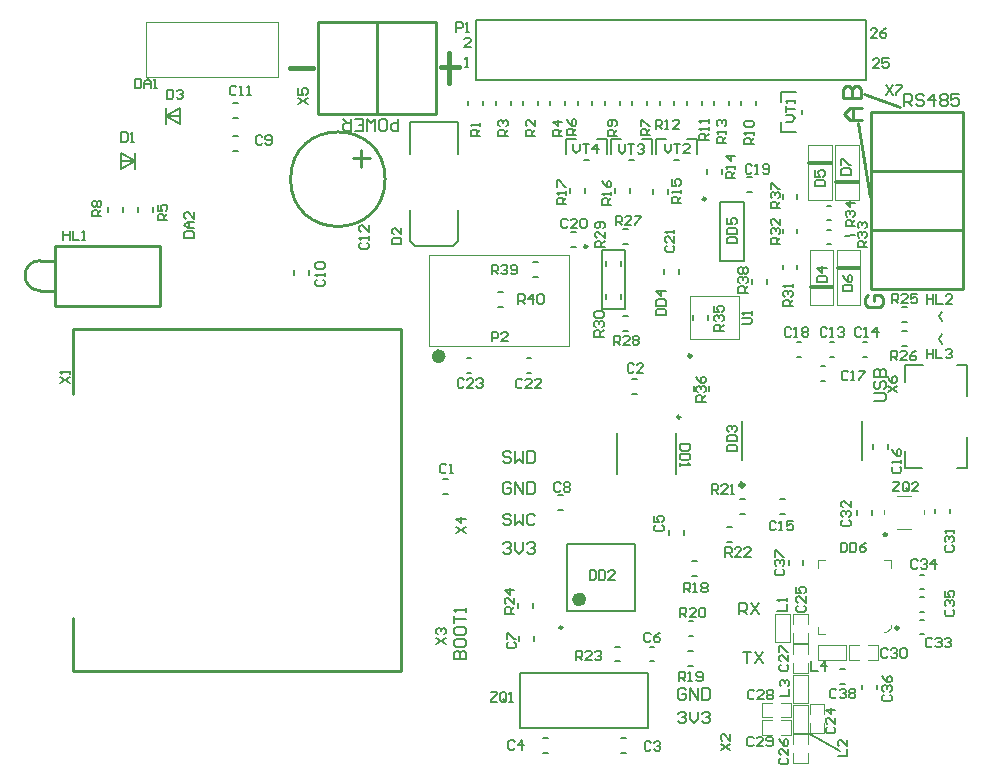
<source format=gto>
G04 Layer_Color=65535*
%FSLAX25Y25*%
%MOIN*%
G70*
G01*
G75*
%ADD41C,0.00984*%
%ADD45C,0.00787*%
%ADD62C,0.01000*%
%ADD63C,0.02362*%
%ADD64C,0.01575*%
%ADD65C,0.01181*%
%ADD66C,0.00591*%
%ADD67C,0.00394*%
D41*
X-94861Y116652D02*
G03*
X-94861Y116652I-492J0D01*
G01*
X-134194Y46566D02*
G03*
X-134194Y46566I-492J0D01*
G01*
X-125906Y173513D02*
G03*
X-125906Y173513I-492J0D01*
G01*
X-86406Y189413D02*
G03*
X-86406Y189413I-492J0D01*
G01*
D45*
X-148425Y13189D02*
X-105512D01*
Y31299D01*
X-148425D02*
X-105512D01*
X-148425Y13189D02*
Y31299D01*
X-133239Y220639D02*
Y222214D01*
X-138161Y220639D02*
Y222214D01*
X-142339Y220639D02*
Y222214D01*
X-147261Y220639D02*
Y222214D01*
X-151439Y220639D02*
Y222214D01*
X-156361Y220639D02*
Y222214D01*
X-160539Y220639D02*
Y222214D01*
X-165461Y220639D02*
Y222214D01*
X-168929Y175413D02*
Y185650D01*
X-183299Y173642D02*
X-170701D01*
X-185071Y214980D02*
X-168929D01*
X-185071Y204350D02*
Y214980D01*
X-168929Y204350D02*
Y214980D01*
X-170701Y173642D02*
X-168909Y175413D01*
X-185071D02*
X-183299Y173642D01*
X-185071Y175413D02*
Y185650D01*
X-270539Y185213D02*
Y186787D01*
X-275461Y185213D02*
Y186787D01*
X-280539Y185213D02*
Y186787D01*
X-285461Y185213D02*
Y186787D01*
X-92087Y43639D02*
X-90513D01*
X-92087Y48561D02*
X-90513D01*
X-92187Y33739D02*
X-90613D01*
X-92187Y38661D02*
X-90613D01*
X-96358Y97553D02*
Y111337D01*
X-116042Y97553D02*
Y111337D01*
X-34261Y25913D02*
Y27487D01*
X-29339Y25913D02*
Y27487D01*
X-15087Y56661D02*
X-13513D01*
X-15087Y51739D02*
X-13513D01*
X-9870Y84614D02*
Y86189D01*
X-4949Y84614D02*
Y86189D01*
X-173787Y91039D02*
X-172213D01*
X-173787Y95961D02*
X-172213D01*
X-110787Y129461D02*
X-109213D01*
X-110787Y124539D02*
X-109213D01*
X-140587Y4739D02*
X-139013D01*
X-140587Y9661D02*
X-139013D01*
X-114587D02*
X-113013D01*
X-114587Y4739D02*
X-113013D01*
X-93639Y77413D02*
Y78987D01*
X-98561Y77413D02*
Y78987D01*
X-105087Y40161D02*
X-103513D01*
X-105087Y35239D02*
X-103513D01*
X-148461Y42213D02*
Y43787D01*
X-143539Y42213D02*
Y43787D01*
X-135587Y90661D02*
X-134013D01*
X-135587Y85739D02*
X-134013D01*
X-243787Y221461D02*
X-242213D01*
X-243787Y216539D02*
X-242213D01*
X-243787Y210461D02*
X-242213D01*
X-243787Y205539D02*
X-242213D01*
X-223461Y164213D02*
Y165787D01*
X-218539Y164213D02*
Y165787D01*
X-45087Y136839D02*
X-43513D01*
X-45087Y141761D02*
X-43513D01*
X-34087D02*
X-32513D01*
X-34087Y136839D02*
X-32513D01*
X-61485Y89461D02*
X-59910D01*
X-61485Y84539D02*
X-59910D01*
X-25539Y106213D02*
Y107787D01*
X-30461Y106213D02*
Y107787D01*
X-48087Y128839D02*
X-46513D01*
X-48087Y133761D02*
X-46513D01*
X-56087Y141761D02*
X-54513D01*
X-56087Y136839D02*
X-54513D01*
X-72587Y196661D02*
X-71013D01*
X-72587Y191739D02*
X-71013D01*
X-131287Y178461D02*
X-129713D01*
X-131287Y173539D02*
X-129713D01*
X-100261Y164513D02*
Y166087D01*
X-95339Y164513D02*
Y166087D01*
X-166087Y131339D02*
X-164513D01*
X-166087Y136261D02*
X-164513D01*
X-146087Y131339D02*
X-144513D01*
X-146087Y136261D02*
X-144513D01*
X-30933Y84024D02*
Y85598D01*
X-35854Y84024D02*
Y85598D01*
X-15087Y49161D02*
X-13513D01*
X-15087Y44239D02*
X-13513D01*
X-15087Y59239D02*
X-13513D01*
X-15087Y64161D02*
X-13513D01*
X-58761Y67413D02*
Y68987D01*
X-53839Y67413D02*
Y68987D01*
X-41587Y27739D02*
X-40013D01*
X-41587Y32661D02*
X-40013D01*
X-281362Y202000D02*
X-276638D01*
Y199244D02*
Y204756D01*
X-281362Y199244D02*
X-276638Y202000D01*
X-281362Y204756D02*
X-276638Y202000D01*
X-281362Y199244D02*
Y204756D01*
X-266362Y217000D02*
X-261638D01*
X-266362Y214244D02*
Y219756D01*
Y217000D02*
X-261638Y219756D01*
X-266362Y217000D02*
X-261638Y214244D01*
Y219756D01*
X-110080Y51980D02*
Y74420D01*
X-132520Y51980D02*
Y74420D01*
X-110080D01*
X-132520Y51980D02*
X-110080D01*
X-34221Y102304D02*
Y115296D01*
X-74379Y102304D02*
Y115296D01*
X-121083Y152824D02*
X-113209D01*
X-121083Y172509D02*
X-113209D01*
Y152824D02*
Y172509D01*
X-121083Y152824D02*
Y172509D01*
X-81583Y168724D02*
X-73709D01*
X-81583Y188409D02*
X-73709D01*
Y168724D02*
Y188409D01*
X-81583Y168724D02*
Y188409D01*
X-8729Y150251D02*
X-7511Y151875D01*
X-8729Y150251D02*
X-7558Y148690D01*
X-8729Y142751D02*
X-7511Y144375D01*
X-8729Y142751D02*
X-7558Y141190D01*
X-163000Y229000D02*
X-33000D01*
X-163000Y249000D02*
X-33000D01*
X-163000Y229000D02*
Y249000D01*
X-33000Y229000D02*
Y249000D01*
X-124139Y220638D02*
Y222213D01*
X-129061Y220638D02*
Y222213D01*
X-105939Y220638D02*
Y222213D01*
X-110861Y220638D02*
Y222213D01*
X-115039Y220638D02*
Y222213D01*
X-119961Y220638D02*
Y222213D01*
X-69539Y220638D02*
Y222213D01*
X-74461Y220638D02*
Y222213D01*
X-87739Y220638D02*
Y222213D01*
X-92661Y220638D02*
Y222213D01*
X-96839Y220638D02*
Y222213D01*
X-101761Y220638D02*
Y222213D01*
X-78639Y220638D02*
Y222213D01*
X-83561Y220638D02*
Y222213D01*
X-81039Y197713D02*
Y199287D01*
X-85961Y197713D02*
Y199287D01*
X-99039Y191213D02*
Y192787D01*
X-103961Y191213D02*
Y192787D01*
X-111639Y191513D02*
Y193087D01*
X-116561Y191513D02*
Y193087D01*
X-126639Y191513D02*
Y193087D01*
X-131561Y191513D02*
Y193087D01*
X-74787Y84539D02*
X-73213D01*
X-74787Y89461D02*
X-73213D01*
X-79287Y75039D02*
X-77713D01*
X-79287Y79961D02*
X-77713D01*
X-90787Y68561D02*
X-89213D01*
X-90787Y63639D02*
X-89213D01*
X-116587Y35239D02*
X-115013D01*
X-116587Y40161D02*
X-115013D01*
X-148961Y53213D02*
Y54787D01*
X-144039Y53213D02*
Y54787D01*
X-20787Y148539D02*
X-19213D01*
X-20787Y153461D02*
X-19213D01*
X-20787Y140539D02*
X-19213D01*
X-20787Y145461D02*
X-19213D01*
X-60761Y165913D02*
Y167487D01*
X-55839Y165913D02*
Y167487D01*
X-60761Y177913D02*
Y179487D01*
X-55839Y177913D02*
Y179487D01*
X-46087Y179161D02*
X-44513D01*
X-46087Y174239D02*
X-44513D01*
X-46087Y187161D02*
X-44513D01*
X-46087Y182239D02*
X-44513D01*
X-90261Y125413D02*
Y126987D01*
X-85339Y125413D02*
Y126987D01*
X-70961Y161213D02*
Y162787D01*
X-66039Y161213D02*
Y162787D01*
X-60761Y189413D02*
Y190987D01*
X-55839Y189413D02*
Y190987D01*
X-54257Y217613D02*
Y219187D01*
X-61343Y221746D02*
Y225093D01*
Y211707D02*
Y215054D01*
Y211707D02*
X-56324D01*
X-61343Y225093D02*
X-56324D01*
X-96887Y202257D02*
X-95313D01*
X-92753Y209343D02*
X-89407D01*
X-102793D02*
X-99446D01*
X-102793Y204324D02*
Y209343D01*
X-89407Y204324D02*
Y209343D01*
X-111887Y202257D02*
X-110313D01*
X-107754Y209343D02*
X-104407D01*
X-117793D02*
X-114446D01*
X-117793Y204324D02*
Y209343D01*
X-104407Y204324D02*
Y209343D01*
X-126887Y202257D02*
X-125313D01*
X-122754Y209343D02*
X-119407D01*
X-132793D02*
X-129446D01*
X-132793Y204324D02*
Y209343D01*
X-119407Y204324D02*
Y209343D01*
X-19827Y134144D02*
X-14039D01*
X-19827Y128357D02*
Y134144D01*
X-20102Y99695D02*
Y105483D01*
Y99695D02*
X-14315D01*
X-2504Y99734D02*
X567D01*
Y109971D01*
Y123829D02*
Y134065D01*
X-2504D02*
X567D01*
X-114539Y167213D02*
Y168787D01*
X-119461Y167213D02*
Y168787D01*
Y156213D02*
Y157787D01*
X-114539Y156213D02*
Y157787D01*
X-90461Y149213D02*
Y150787D01*
X-85539Y149213D02*
Y150787D01*
X-143787Y168461D02*
X-142213D01*
X-143787Y163539D02*
X-142213D01*
X-155587Y158261D02*
X-154013D01*
X-155587Y153339D02*
X-154013D01*
X-113787Y179461D02*
X-112213D01*
X-113787Y174539D02*
X-112213D01*
X-113787Y150461D02*
X-112213D01*
X-113787Y145539D02*
X-112213D01*
X-30336Y122200D02*
X-27056D01*
X-26400Y122856D01*
Y124168D01*
X-27056Y124824D01*
X-30336D01*
X-29680Y128760D02*
X-30336Y128104D01*
Y126792D01*
X-29680Y126136D01*
X-29024D01*
X-28368Y126792D01*
Y128104D01*
X-27712Y128760D01*
X-27056D01*
X-26400Y128104D01*
Y126792D01*
X-27056Y126136D01*
X-30336Y130071D02*
X-26400D01*
Y132039D01*
X-27056Y132695D01*
X-27712D01*
X-28368Y132039D01*
Y130071D01*
Y132039D01*
X-29024Y132695D01*
X-29680D01*
X-30336Y132039D01*
Y130071D01*
X-188800Y216000D02*
Y212064D01*
X-190768D01*
X-191424Y212720D01*
Y214032D01*
X-190768Y214688D01*
X-188800D01*
X-194704Y212064D02*
X-193392D01*
X-192736Y212720D01*
Y215344D01*
X-193392Y216000D01*
X-194704D01*
X-195360Y215344D01*
Y212720D01*
X-194704Y212064D01*
X-196671D02*
Y216000D01*
X-197983Y214688D01*
X-199295Y216000D01*
Y212064D01*
X-203231D02*
X-200607D01*
Y216000D01*
X-203231D01*
X-200607Y214032D02*
X-201919D01*
X-204543Y216000D02*
Y212064D01*
X-206511D01*
X-207167Y212720D01*
Y214032D01*
X-206511Y214688D01*
X-204543D01*
X-205855D02*
X-207167Y216000D01*
X-20200Y220300D02*
Y224236D01*
X-18232D01*
X-17576Y223580D01*
Y222268D01*
X-18232Y221612D01*
X-20200D01*
X-18888D02*
X-17576Y220300D01*
X-13640Y223580D02*
X-14296Y224236D01*
X-15608D01*
X-16264Y223580D01*
Y222924D01*
X-15608Y222268D01*
X-14296D01*
X-13640Y221612D01*
Y220956D01*
X-14296Y220300D01*
X-15608D01*
X-16264Y220956D01*
X-10361Y220300D02*
Y224236D01*
X-12329Y222268D01*
X-9705D01*
X-8393Y223580D02*
X-7737Y224236D01*
X-6425D01*
X-5769Y223580D01*
Y222924D01*
X-6425Y222268D01*
X-5769Y221612D01*
Y220956D01*
X-6425Y220300D01*
X-7737D01*
X-8393Y220956D01*
Y221612D01*
X-7737Y222268D01*
X-8393Y222924D01*
Y223580D01*
X-7737Y222268D02*
X-6425D01*
X-1833Y224236D02*
X-4457D01*
Y222268D01*
X-3145Y222924D01*
X-2489D01*
X-1833Y222268D01*
Y220956D01*
X-2489Y220300D01*
X-3801D01*
X-4457Y220956D01*
X-95600Y17880D02*
X-94944Y18536D01*
X-93632D01*
X-92976Y17880D01*
Y17224D01*
X-93632Y16568D01*
X-94288D01*
X-93632D01*
X-92976Y15912D01*
Y15256D01*
X-93632Y14600D01*
X-94944D01*
X-95600Y15256D01*
X-91664Y18536D02*
Y15912D01*
X-90352Y14600D01*
X-89040Y15912D01*
Y18536D01*
X-87729Y17880D02*
X-87073Y18536D01*
X-85761D01*
X-85105Y17880D01*
Y17224D01*
X-85761Y16568D01*
X-86417D01*
X-85761D01*
X-85105Y15912D01*
Y15256D01*
X-85761Y14600D01*
X-87073D01*
X-87729Y15256D01*
X-92976Y25680D02*
X-93632Y26336D01*
X-94944D01*
X-95600Y25680D01*
Y23056D01*
X-94944Y22400D01*
X-93632D01*
X-92976Y23056D01*
Y24368D01*
X-94288D01*
X-91664Y22400D02*
Y26336D01*
X-89040Y22400D01*
Y26336D01*
X-87729D02*
Y22400D01*
X-85761D01*
X-85105Y23056D01*
Y25680D01*
X-85761Y26336D01*
X-87729D01*
X-73900Y38536D02*
X-71276D01*
X-72588D01*
Y34600D01*
X-69964Y38536D02*
X-67340Y34600D01*
Y38536D02*
X-69964Y34600D01*
X-75200Y50900D02*
Y54836D01*
X-73232D01*
X-72576Y54180D01*
Y52868D01*
X-73232Y52212D01*
X-75200D01*
X-73888D02*
X-72576Y50900D01*
X-71264Y54836D02*
X-68640Y50900D01*
Y54836D02*
X-71264Y50900D01*
X-170236Y36100D02*
X-166300D01*
Y38068D01*
X-166956Y38724D01*
X-167612D01*
X-168268Y38068D01*
Y36100D01*
Y38068D01*
X-168924Y38724D01*
X-169580D01*
X-170236Y38068D01*
Y36100D01*
Y42004D02*
Y40692D01*
X-169580Y40036D01*
X-166956D01*
X-166300Y40692D01*
Y42004D01*
X-166956Y42660D01*
X-169580D01*
X-170236Y42004D01*
Y45939D02*
Y44627D01*
X-169580Y43971D01*
X-166956D01*
X-166300Y44627D01*
Y45939D01*
X-166956Y46595D01*
X-169580D01*
X-170236Y45939D01*
Y47907D02*
Y50531D01*
Y49219D01*
X-166300D01*
Y51843D02*
Y53155D01*
Y52499D01*
X-170236D01*
X-169580Y51843D01*
X-151176Y104580D02*
X-151832Y105236D01*
X-153144D01*
X-153800Y104580D01*
Y103924D01*
X-153144Y103268D01*
X-151832D01*
X-151176Y102612D01*
Y101956D01*
X-151832Y101300D01*
X-153144D01*
X-153800Y101956D01*
X-149864Y105236D02*
Y101300D01*
X-148552Y102612D01*
X-147240Y101300D01*
Y105236D01*
X-145929D02*
Y101300D01*
X-143961D01*
X-143305Y101956D01*
Y104580D01*
X-143961Y105236D01*
X-145929D01*
X-151176Y94480D02*
X-151832Y95136D01*
X-153144D01*
X-153800Y94480D01*
Y91856D01*
X-153144Y91200D01*
X-151832D01*
X-151176Y91856D01*
Y93168D01*
X-152488D01*
X-149864Y91200D02*
Y95136D01*
X-147240Y91200D01*
Y95136D01*
X-145929D02*
Y91200D01*
X-143961D01*
X-143305Y91856D01*
Y94480D01*
X-143961Y95136D01*
X-145929D01*
X-151176Y83880D02*
X-151832Y84536D01*
X-153144D01*
X-153800Y83880D01*
Y83224D01*
X-153144Y82568D01*
X-151832D01*
X-151176Y81912D01*
Y81256D01*
X-151832Y80600D01*
X-153144D01*
X-153800Y81256D01*
X-149864Y84536D02*
Y80600D01*
X-148552Y81912D01*
X-147240Y80600D01*
Y84536D01*
X-143305Y83880D02*
X-143961Y84536D01*
X-145273D01*
X-145929Y83880D01*
Y81256D01*
X-145273Y80600D01*
X-143961D01*
X-143305Y81256D01*
X-153800Y74380D02*
X-153144Y75036D01*
X-151832D01*
X-151176Y74380D01*
Y73724D01*
X-151832Y73068D01*
X-152488D01*
X-151832D01*
X-151176Y72412D01*
Y71756D01*
X-151832Y71100D01*
X-153144D01*
X-153800Y71756D01*
X-149864Y75036D02*
Y72412D01*
X-148552Y71100D01*
X-147240Y72412D01*
Y75036D01*
X-145929Y74380D02*
X-145273Y75036D01*
X-143961D01*
X-143305Y74380D01*
Y73724D01*
X-143961Y73068D01*
X-144617D01*
X-143961D01*
X-143305Y72412D01*
Y71756D01*
X-143961Y71100D01*
X-145273D01*
X-145929Y71756D01*
D62*
X-308240Y168862D02*
G03*
X-308240Y158862I0J-5000D01*
G01*
X-193252Y196000D02*
G03*
X-193252Y196000I-15748J0D01*
G01*
X-35600Y214700D02*
X-31700Y189900D01*
X-33700Y224500D02*
X-21700Y220000D01*
X-31354Y159472D02*
X-16000D01*
X-31354D02*
Y218528D01*
X-16000D01*
X-646D01*
Y159472D02*
Y218528D01*
X-16000Y159472D02*
X-646D01*
X-31354Y179157D02*
X-646D01*
X-31354Y198843D02*
X-646D01*
X-176315Y217646D02*
Y233000D01*
X-215685Y217646D02*
X-176315D01*
X-215685Y248354D02*
X-176315D01*
Y233000D02*
Y248354D01*
X-196000Y217646D02*
Y248354D01*
X-215685Y217646D02*
Y248354D01*
X-308240Y168862D02*
X-303240D01*
X-308240Y158862D02*
X-303240D01*
Y173862D02*
X-268240D01*
X-303240Y153862D02*
Y173862D01*
Y153862D02*
X-268240D01*
Y173862D01*
X-201126Y199937D02*
Y205842D01*
X-204079Y202890D02*
X-198173D01*
X-188016Y31945D02*
Y146118D01*
X-297268D02*
X-188016D01*
X-297268Y124465D02*
Y146118D01*
Y31945D02*
Y49661D01*
Y31945D02*
X-188016D01*
X-32298Y157499D02*
X-33298Y156499D01*
Y154500D01*
X-32298Y153500D01*
X-28300D01*
X-27300Y154500D01*
Y156499D01*
X-28300Y157499D01*
X-30299D01*
Y155499D01*
X-34200Y215600D02*
X-38199D01*
X-40198Y217599D01*
X-38199Y219599D01*
X-34200D01*
X-37199D01*
Y215600D01*
X-40498Y222900D02*
X-34500D01*
Y225899D01*
X-35500Y226899D01*
X-36499D01*
X-37499Y225899D01*
Y222900D01*
Y225899D01*
X-38499Y226899D01*
X-39498D01*
X-40498Y225899D01*
Y222900D01*
D63*
X-127402Y55917D02*
G03*
X-127402Y55917I-1181J0D01*
G01*
X-174198Y136958D02*
G03*
X-174198Y136958I-1181J0D01*
G01*
D64*
X-73822Y94036D02*
G03*
X-73822Y94036I-557J0D01*
G01*
X-224800Y233000D02*
X-217400D01*
X-174600Y233500D02*
X-168700D01*
X-171800Y228100D02*
Y238000D01*
D65*
X-22233Y46464D02*
G03*
X-22233Y46464I-394J0D01*
G01*
X-91274Y137102D02*
G03*
X-91274Y137102I-394J0D01*
G01*
X-26176Y77551D02*
G03*
X-26176Y77551I-394J0D01*
G01*
X-51343Y160050D02*
X-44257D01*
X-51843Y201350D02*
X-44757D01*
X-42343Y166350D02*
X-35257D01*
X-42843Y195050D02*
X-35757D01*
D66*
X-52438Y11377D02*
X-41700Y5500D01*
X-40000Y177200D02*
X-36500Y177300D01*
X-190949Y174400D02*
X-187800D01*
Y175974D01*
X-188325Y176499D01*
X-190424D01*
X-190949Y175974D01*
Y174400D01*
X-187800Y179648D02*
Y177549D01*
X-189899Y179648D01*
X-190424D01*
X-190949Y179123D01*
Y178073D01*
X-190424Y177549D01*
X-158100Y24949D02*
X-156001D01*
Y24424D01*
X-158100Y22325D01*
Y21800D01*
X-156001D01*
X-152852Y22325D02*
Y24424D01*
X-153377Y24949D01*
X-154427D01*
X-154951Y24424D01*
Y22325D01*
X-154427Y21800D01*
X-153377D01*
X-153902Y22850D02*
X-152852Y21800D01*
X-153377D02*
X-152852Y22325D01*
X-151803Y21800D02*
X-150753D01*
X-151278D01*
Y24949D01*
X-151803Y24424D01*
X-26200Y227249D02*
X-24101Y224100D01*
Y227249D02*
X-26200Y224100D01*
X-23051Y227249D02*
X-20952D01*
Y226724D01*
X-23051Y224625D01*
Y224100D01*
X-222149Y221000D02*
X-219000Y223099D01*
X-222149D02*
X-219000Y221000D01*
X-222149Y226248D02*
Y224149D01*
X-220574D01*
X-221099Y225198D01*
Y225723D01*
X-220574Y226248D01*
X-219525D01*
X-219000Y225723D01*
Y224673D01*
X-219525Y224149D01*
X-287800Y183600D02*
X-290949D01*
Y185174D01*
X-290424Y185699D01*
X-289374D01*
X-288849Y185174D01*
Y183600D01*
Y184650D02*
X-287800Y185699D01*
X-290424Y186749D02*
X-290949Y187273D01*
Y188323D01*
X-290424Y188848D01*
X-289899D01*
X-289374Y188323D01*
X-288849Y188848D01*
X-288325D01*
X-287800Y188323D01*
Y187273D01*
X-288325Y186749D01*
X-288849D01*
X-289374Y187273D01*
X-289899Y186749D01*
X-290424D01*
X-289374Y187273D02*
Y188323D01*
X-265900Y182300D02*
X-269049D01*
Y183874D01*
X-268524Y184399D01*
X-267474D01*
X-266950Y183874D01*
Y182300D01*
Y183350D02*
X-265900Y184399D01*
X-269049Y187548D02*
Y185449D01*
X-267474D01*
X-267999Y186498D01*
Y187023D01*
X-267474Y187548D01*
X-266425D01*
X-265900Y187023D01*
Y185973D01*
X-266425Y185449D01*
X-300500Y178849D02*
Y175700D01*
Y177274D01*
X-298401D01*
Y178849D01*
Y175700D01*
X-297351Y178849D02*
Y175700D01*
X-295252D01*
X-294203D02*
X-293153D01*
X-293678D01*
Y178849D01*
X-294203Y178324D01*
X-94900Y50000D02*
Y53149D01*
X-93326D01*
X-92801Y52624D01*
Y51574D01*
X-93326Y51050D01*
X-94900D01*
X-93850D02*
X-92801Y50000D01*
X-89652D02*
X-91751D01*
X-89652Y52099D01*
Y52624D01*
X-90177Y53149D01*
X-91227D01*
X-91751Y52624D01*
X-88603D02*
X-88078Y53149D01*
X-87028D01*
X-86504Y52624D01*
Y50525D01*
X-87028Y50000D01*
X-88078D01*
X-88603Y50525D01*
Y52624D01*
X-95300Y28600D02*
Y31749D01*
X-93726D01*
X-93201Y31224D01*
Y30174D01*
X-93726Y29649D01*
X-95300D01*
X-94251D02*
X-93201Y28600D01*
X-92151D02*
X-91102D01*
X-91627D01*
Y31749D01*
X-92151Y31224D01*
X-89528Y29125D02*
X-89003Y28600D01*
X-87953D01*
X-87428Y29125D01*
Y31224D01*
X-87953Y31749D01*
X-89003D01*
X-89528Y31224D01*
Y30699D01*
X-89003Y30174D01*
X-87428D01*
X-169549Y78100D02*
X-166400Y80199D01*
X-169549D02*
X-166400Y78100D01*
Y82823D02*
X-169549D01*
X-167974Y81249D01*
Y83348D01*
X-91751Y107600D02*
X-94900D01*
Y106026D01*
X-94375Y105501D01*
X-92276D01*
X-91751Y106026D01*
Y107600D01*
Y104451D02*
X-94900D01*
Y102877D01*
X-94375Y102352D01*
X-92276D01*
X-91751Y102877D01*
Y104451D01*
X-94900Y101303D02*
Y100253D01*
Y100778D01*
X-91751D01*
X-92276Y101303D01*
X-26924Y24099D02*
X-27449Y23574D01*
Y22525D01*
X-26924Y22000D01*
X-24825D01*
X-24300Y22525D01*
Y23574D01*
X-24825Y24099D01*
X-26924Y25149D02*
X-27449Y25673D01*
Y26723D01*
X-26924Y27248D01*
X-26399D01*
X-25874Y26723D01*
Y26198D01*
Y26723D01*
X-25350Y27248D01*
X-24825D01*
X-24300Y26723D01*
Y25673D01*
X-24825Y25149D01*
X-27449Y30396D02*
X-26924Y29347D01*
X-25874Y28297D01*
X-24825D01*
X-24300Y28822D01*
Y29871D01*
X-24825Y30396D01*
X-25350D01*
X-25874Y29871D01*
Y28297D01*
X-6124Y52499D02*
X-6649Y51974D01*
Y50925D01*
X-6124Y50400D01*
X-4025D01*
X-3500Y50925D01*
Y51974D01*
X-4025Y52499D01*
X-6124Y53549D02*
X-6649Y54073D01*
Y55123D01*
X-6124Y55648D01*
X-5599D01*
X-5074Y55123D01*
Y54598D01*
Y55123D01*
X-4549Y55648D01*
X-4025D01*
X-3500Y55123D01*
Y54073D01*
X-4025Y53549D01*
X-6649Y58796D02*
Y56697D01*
X-5074D01*
X-5599Y57747D01*
Y58271D01*
X-5074Y58796D01*
X-4025D01*
X-3500Y58271D01*
Y57222D01*
X-4025Y56697D01*
X-6224Y73899D02*
X-6749Y73374D01*
Y72325D01*
X-6224Y71800D01*
X-4125D01*
X-3600Y72325D01*
Y73374D01*
X-4125Y73899D01*
X-6224Y74949D02*
X-6749Y75473D01*
Y76523D01*
X-6224Y77048D01*
X-5699D01*
X-5174Y76523D01*
Y75998D01*
Y76523D01*
X-4650Y77048D01*
X-4125D01*
X-3600Y76523D01*
Y75473D01*
X-4125Y74949D01*
X-3600Y78097D02*
Y79147D01*
Y78622D01*
X-6749D01*
X-6224Y78097D01*
X-172801Y100624D02*
X-173326Y101149D01*
X-174375D01*
X-174900Y100624D01*
Y98525D01*
X-174375Y98000D01*
X-173326D01*
X-172801Y98525D01*
X-171751Y98000D02*
X-170702D01*
X-171227D01*
Y101149D01*
X-171751Y100624D01*
X-110301Y134124D02*
X-110826Y134649D01*
X-111875D01*
X-112400Y134124D01*
Y132025D01*
X-111875Y131500D01*
X-110826D01*
X-110301Y132025D01*
X-107152Y131500D02*
X-109251D01*
X-107152Y133599D01*
Y134124D01*
X-107677Y134649D01*
X-108727D01*
X-109251Y134124D01*
X-150101Y8424D02*
X-150626Y8949D01*
X-151675D01*
X-152200Y8424D01*
Y6325D01*
X-151675Y5800D01*
X-150626D01*
X-150101Y6325D01*
X-147477Y5800D02*
Y8949D01*
X-149051Y7374D01*
X-146952D01*
X-104601Y8124D02*
X-105126Y8649D01*
X-106175D01*
X-106700Y8124D01*
Y6025D01*
X-106175Y5500D01*
X-105126D01*
X-104601Y6025D01*
X-103551Y8124D02*
X-103027Y8649D01*
X-101977D01*
X-101452Y8124D01*
Y7599D01*
X-101977Y7074D01*
X-102502D01*
X-101977D01*
X-101452Y6549D01*
Y6025D01*
X-101977Y5500D01*
X-103027D01*
X-103551Y6025D01*
X-103024Y80699D02*
X-103549Y80174D01*
Y79125D01*
X-103024Y78600D01*
X-100925D01*
X-100400Y79125D01*
Y80174D01*
X-100925Y80699D01*
X-103549Y83848D02*
Y81749D01*
X-101974D01*
X-102499Y82798D01*
Y83323D01*
X-101974Y83848D01*
X-100925D01*
X-100400Y83323D01*
Y82273D01*
X-100925Y81749D01*
X-104701Y44324D02*
X-105226Y44849D01*
X-106275D01*
X-106800Y44324D01*
Y42225D01*
X-106275Y41700D01*
X-105226D01*
X-104701Y42225D01*
X-101552Y44849D02*
X-102602Y44324D01*
X-103651Y43274D01*
Y42225D01*
X-103127Y41700D01*
X-102077D01*
X-101552Y42225D01*
Y42750D01*
X-102077Y43274D01*
X-103651D01*
X-152224Y41699D02*
X-152749Y41174D01*
Y40125D01*
X-152224Y39600D01*
X-150125D01*
X-149600Y40125D01*
Y41174D01*
X-150125Y41699D01*
X-152749Y42749D02*
Y44848D01*
X-152224D01*
X-150125Y42749D01*
X-149600D01*
X-134701Y94424D02*
X-135226Y94949D01*
X-136275D01*
X-136800Y94424D01*
Y92325D01*
X-136275Y91800D01*
X-135226D01*
X-134701Y92325D01*
X-133651Y94424D02*
X-133127Y94949D01*
X-132077D01*
X-131552Y94424D01*
Y93899D01*
X-132077Y93374D01*
X-131552Y92849D01*
Y92325D01*
X-132077Y91800D01*
X-133127D01*
X-133651Y92325D01*
Y92849D01*
X-133127Y93374D01*
X-133651Y93899D01*
Y94424D01*
X-133127Y93374D02*
X-132077D01*
X-201324Y174799D02*
X-201849Y174274D01*
Y173225D01*
X-201324Y172700D01*
X-199225D01*
X-198700Y173225D01*
Y174274D01*
X-199225Y174799D01*
X-198700Y175849D02*
Y176898D01*
Y176373D01*
X-201849D01*
X-201324Y175849D01*
X-198700Y180571D02*
Y178472D01*
X-200799Y180571D01*
X-201324D01*
X-201849Y180047D01*
Y178997D01*
X-201324Y178472D01*
X-242801Y226624D02*
X-243326Y227149D01*
X-244375D01*
X-244900Y226624D01*
Y224525D01*
X-244375Y224000D01*
X-243326D01*
X-242801Y224525D01*
X-241751Y224000D02*
X-240702D01*
X-241227D01*
Y227149D01*
X-241751Y226624D01*
X-239128Y224000D02*
X-238078D01*
X-238603D01*
Y227149D01*
X-239128Y226624D01*
X-234201Y210024D02*
X-234726Y210549D01*
X-235775D01*
X-236300Y210024D01*
Y207925D01*
X-235775Y207400D01*
X-234726D01*
X-234201Y207925D01*
X-233151D02*
X-232627Y207400D01*
X-231577D01*
X-231052Y207925D01*
Y210024D01*
X-231577Y210549D01*
X-232627D01*
X-233151Y210024D01*
Y209499D01*
X-232627Y208974D01*
X-231052D01*
X-216024Y162499D02*
X-216549Y161974D01*
Y160925D01*
X-216024Y160400D01*
X-213925D01*
X-213400Y160925D01*
Y161974D01*
X-213925Y162499D01*
X-213400Y163549D02*
Y164598D01*
Y164073D01*
X-216549D01*
X-216024Y163549D01*
Y166172D02*
X-216549Y166697D01*
Y167747D01*
X-216024Y168272D01*
X-213925D01*
X-213400Y167747D01*
Y166697D01*
X-213925Y166172D01*
X-216024D01*
X-46001Y146024D02*
X-46526Y146549D01*
X-47575D01*
X-48100Y146024D01*
Y143925D01*
X-47575Y143400D01*
X-46526D01*
X-46001Y143925D01*
X-44951Y143400D02*
X-43902D01*
X-44427D01*
Y146549D01*
X-44951Y146024D01*
X-42328D02*
X-41803Y146549D01*
X-40753D01*
X-40229Y146024D01*
Y145499D01*
X-40753Y144974D01*
X-41278D01*
X-40753D01*
X-40229Y144449D01*
Y143925D01*
X-40753Y143400D01*
X-41803D01*
X-42328Y143925D01*
X-34501Y146024D02*
X-35026Y146549D01*
X-36075D01*
X-36600Y146024D01*
Y143925D01*
X-36075Y143400D01*
X-35026D01*
X-34501Y143925D01*
X-33451Y143400D02*
X-32402D01*
X-32927D01*
Y146549D01*
X-33451Y146024D01*
X-29253Y143400D02*
Y146549D01*
X-30828Y144974D01*
X-28729D01*
X-63001Y81524D02*
X-63526Y82049D01*
X-64575D01*
X-65100Y81524D01*
Y79425D01*
X-64575Y78900D01*
X-63526D01*
X-63001Y79425D01*
X-61951Y78900D02*
X-60902D01*
X-61427D01*
Y82049D01*
X-61951Y81524D01*
X-57228Y82049D02*
X-59328D01*
Y80474D01*
X-58278Y80999D01*
X-57753D01*
X-57228Y80474D01*
Y79425D01*
X-57753Y78900D01*
X-58803D01*
X-59328Y79425D01*
X-23824Y100199D02*
X-24349Y99674D01*
Y98625D01*
X-23824Y98100D01*
X-21725D01*
X-21200Y98625D01*
Y99674D01*
X-21725Y100199D01*
X-21200Y101249D02*
Y102298D01*
Y101773D01*
X-24349D01*
X-23824Y101249D01*
X-24349Y105972D02*
X-23824Y104922D01*
X-22774Y103872D01*
X-21725D01*
X-21200Y104397D01*
Y105447D01*
X-21725Y105972D01*
X-22250D01*
X-22774Y105447D01*
Y103872D01*
X-38901Y131624D02*
X-39426Y132149D01*
X-40475D01*
X-41000Y131624D01*
Y129525D01*
X-40475Y129000D01*
X-39426D01*
X-38901Y129525D01*
X-37851Y129000D02*
X-36802D01*
X-37327D01*
Y132149D01*
X-37851Y131624D01*
X-35228Y132149D02*
X-33128D01*
Y131624D01*
X-35228Y129525D01*
Y129000D01*
X-57901Y146024D02*
X-58426Y146549D01*
X-59475D01*
X-60000Y146024D01*
Y143925D01*
X-59475Y143400D01*
X-58426D01*
X-57901Y143925D01*
X-56851Y143400D02*
X-55802D01*
X-56327D01*
Y146549D01*
X-56851Y146024D01*
X-54228D02*
X-53703Y146549D01*
X-52653D01*
X-52128Y146024D01*
Y145499D01*
X-52653Y144974D01*
X-52128Y144449D01*
Y143925D01*
X-52653Y143400D01*
X-53703D01*
X-54228Y143925D01*
Y144449D01*
X-53703Y144974D01*
X-54228Y145499D01*
Y146024D01*
X-53703Y144974D02*
X-52653D01*
X-71001Y200424D02*
X-71526Y200949D01*
X-72575D01*
X-73100Y200424D01*
Y198325D01*
X-72575Y197800D01*
X-71526D01*
X-71001Y198325D01*
X-69951Y197800D02*
X-68902D01*
X-69427D01*
Y200949D01*
X-69951Y200424D01*
X-67328Y198325D02*
X-66803Y197800D01*
X-65753D01*
X-65228Y198325D01*
Y200424D01*
X-65753Y200949D01*
X-66803D01*
X-67328Y200424D01*
Y199899D01*
X-66803Y199374D01*
X-65228D01*
X-132401Y182324D02*
X-132926Y182849D01*
X-133975D01*
X-134500Y182324D01*
Y180225D01*
X-133975Y179700D01*
X-132926D01*
X-132401Y180225D01*
X-129252Y179700D02*
X-131351D01*
X-129252Y181799D01*
Y182324D01*
X-129777Y182849D01*
X-130827D01*
X-131351Y182324D01*
X-128203D02*
X-127678Y182849D01*
X-126628D01*
X-126104Y182324D01*
Y180225D01*
X-126628Y179700D01*
X-127678D01*
X-128203Y180225D01*
Y182324D01*
X-99424Y173799D02*
X-99949Y173274D01*
Y172225D01*
X-99424Y171700D01*
X-97325D01*
X-96800Y172225D01*
Y173274D01*
X-97325Y173799D01*
X-96800Y176948D02*
Y174849D01*
X-98899Y176948D01*
X-99424D01*
X-99949Y176423D01*
Y175373D01*
X-99424Y174849D01*
X-96800Y177997D02*
Y179047D01*
Y178522D01*
X-99949D01*
X-99424Y177997D01*
X-167001Y129024D02*
X-167526Y129549D01*
X-168575D01*
X-169100Y129024D01*
Y126925D01*
X-168575Y126400D01*
X-167526D01*
X-167001Y126925D01*
X-163852Y126400D02*
X-165951D01*
X-163852Y128499D01*
Y129024D01*
X-164377Y129549D01*
X-165427D01*
X-165951Y129024D01*
X-162803D02*
X-162278Y129549D01*
X-161229D01*
X-160704Y129024D01*
Y128499D01*
X-161229Y127974D01*
X-161753D01*
X-161229D01*
X-160704Y127450D01*
Y126925D01*
X-161229Y126400D01*
X-162278D01*
X-162803Y126925D01*
X-147501Y128924D02*
X-148026Y129449D01*
X-149075D01*
X-149600Y128924D01*
Y126825D01*
X-149075Y126300D01*
X-148026D01*
X-147501Y126825D01*
X-144352Y126300D02*
X-146451D01*
X-144352Y128399D01*
Y128924D01*
X-144877Y129449D01*
X-145927D01*
X-146451Y128924D01*
X-141204Y126300D02*
X-143303D01*
X-141204Y128399D01*
Y128924D01*
X-141728Y129449D01*
X-142778D01*
X-143303Y128924D01*
X-45824Y13399D02*
X-46349Y12874D01*
Y11825D01*
X-45824Y11300D01*
X-43725D01*
X-43200Y11825D01*
Y12874D01*
X-43725Y13399D01*
X-43200Y16548D02*
Y14449D01*
X-45299Y16548D01*
X-45824D01*
X-46349Y16023D01*
Y14973D01*
X-45824Y14449D01*
X-43200Y19172D02*
X-46349D01*
X-44774Y17597D01*
Y19696D01*
X-55724Y53799D02*
X-56249Y53274D01*
Y52225D01*
X-55724Y51700D01*
X-53625D01*
X-53100Y52225D01*
Y53274D01*
X-53625Y53799D01*
X-53100Y56948D02*
Y54849D01*
X-55199Y56948D01*
X-55724D01*
X-56249Y56423D01*
Y55373D01*
X-55724Y54849D01*
X-56249Y60096D02*
Y57997D01*
X-54674D01*
X-55199Y59047D01*
Y59571D01*
X-54674Y60096D01*
X-53625D01*
X-53100Y59571D01*
Y58522D01*
X-53625Y57997D01*
X-61424Y2999D02*
X-61949Y2474D01*
Y1425D01*
X-61424Y900D01*
X-59325D01*
X-58800Y1425D01*
Y2474D01*
X-59325Y2999D01*
X-58800Y6148D02*
Y4049D01*
X-60899Y6148D01*
X-61424D01*
X-61949Y5623D01*
Y4573D01*
X-61424Y4049D01*
X-61949Y9296D02*
X-61424Y8247D01*
X-60374Y7197D01*
X-59325D01*
X-58800Y7722D01*
Y8771D01*
X-59325Y9296D01*
X-59850D01*
X-60374Y8771D01*
Y7197D01*
X-61424Y34199D02*
X-61949Y33674D01*
Y32625D01*
X-61424Y32100D01*
X-59325D01*
X-58800Y32625D01*
Y33674D01*
X-59325Y34199D01*
X-58800Y37348D02*
Y35249D01*
X-60899Y37348D01*
X-61424D01*
X-61949Y36823D01*
Y35773D01*
X-61424Y35249D01*
X-61949Y38397D02*
Y40496D01*
X-61424D01*
X-59325Y38397D01*
X-58800D01*
X-70401Y9624D02*
X-70926Y10149D01*
X-71975D01*
X-72500Y9624D01*
Y7525D01*
X-71975Y7000D01*
X-70926D01*
X-70401Y7525D01*
X-67252Y7000D02*
X-69351D01*
X-67252Y9099D01*
Y9624D01*
X-67777Y10149D01*
X-68827D01*
X-69351Y9624D01*
X-66203Y7525D02*
X-65678Y7000D01*
X-64628D01*
X-64104Y7525D01*
Y9624D01*
X-64628Y10149D01*
X-65678D01*
X-66203Y9624D01*
Y9099D01*
X-65678Y8574D01*
X-64104D01*
X-70201Y25224D02*
X-70726Y25749D01*
X-71775D01*
X-72300Y25224D01*
Y23125D01*
X-71775Y22600D01*
X-70726D01*
X-70201Y23125D01*
X-67052Y22600D02*
X-69151D01*
X-67052Y24699D01*
Y25224D01*
X-67577Y25749D01*
X-68627D01*
X-69151Y25224D01*
X-66003D02*
X-65478Y25749D01*
X-64429D01*
X-63904Y25224D01*
Y24699D01*
X-64429Y24174D01*
X-63904Y23650D01*
Y23125D01*
X-64429Y22600D01*
X-65478D01*
X-66003Y23125D01*
Y23650D01*
X-65478Y24174D01*
X-66003Y24699D01*
Y25224D01*
X-65478Y24174D02*
X-64429D01*
X-25701Y39124D02*
X-26226Y39649D01*
X-27275D01*
X-27800Y39124D01*
Y37025D01*
X-27275Y36500D01*
X-26226D01*
X-25701Y37025D01*
X-24651Y39124D02*
X-24127Y39649D01*
X-23077D01*
X-22552Y39124D01*
Y38599D01*
X-23077Y38074D01*
X-23602D01*
X-23077D01*
X-22552Y37549D01*
Y37025D01*
X-23077Y36500D01*
X-24127D01*
X-24651Y37025D01*
X-21503Y39124D02*
X-20978Y39649D01*
X-19929D01*
X-19404Y39124D01*
Y37025D01*
X-19929Y36500D01*
X-20978D01*
X-21503Y37025D01*
Y39124D01*
X-40724Y82399D02*
X-41249Y81874D01*
Y80825D01*
X-40724Y80300D01*
X-38625D01*
X-38100Y80825D01*
Y81874D01*
X-38625Y82399D01*
X-40724Y83449D02*
X-41249Y83973D01*
Y85023D01*
X-40724Y85548D01*
X-40199D01*
X-39674Y85023D01*
Y84498D01*
Y85023D01*
X-39149Y85548D01*
X-38625D01*
X-38100Y85023D01*
Y83973D01*
X-38625Y83449D01*
X-38100Y88696D02*
Y86597D01*
X-40199Y88696D01*
X-40724D01*
X-41249Y88171D01*
Y87122D01*
X-40724Y86597D01*
X-10901Y42624D02*
X-11426Y43149D01*
X-12475D01*
X-13000Y42624D01*
Y40525D01*
X-12475Y40000D01*
X-11426D01*
X-10901Y40525D01*
X-9851Y42624D02*
X-9327Y43149D01*
X-8277D01*
X-7752Y42624D01*
Y42099D01*
X-8277Y41574D01*
X-8802D01*
X-8277D01*
X-7752Y41050D01*
Y40525D01*
X-8277Y40000D01*
X-9327D01*
X-9851Y40525D01*
X-6703Y42624D02*
X-6178Y43149D01*
X-5128D01*
X-4604Y42624D01*
Y42099D01*
X-5128Y41574D01*
X-5653D01*
X-5128D01*
X-4604Y41050D01*
Y40525D01*
X-5128Y40000D01*
X-6178D01*
X-6703Y40525D01*
X-15701Y68724D02*
X-16226Y69249D01*
X-17275D01*
X-17800Y68724D01*
Y66625D01*
X-17275Y66100D01*
X-16226D01*
X-15701Y66625D01*
X-14651Y68724D02*
X-14127Y69249D01*
X-13077D01*
X-12552Y68724D01*
Y68199D01*
X-13077Y67674D01*
X-13602D01*
X-13077D01*
X-12552Y67150D01*
Y66625D01*
X-13077Y66100D01*
X-14127D01*
X-14651Y66625D01*
X-9928Y66100D02*
Y69249D01*
X-11503Y67674D01*
X-9404D01*
X-62824Y65999D02*
X-63349Y65474D01*
Y64425D01*
X-62824Y63900D01*
X-60725D01*
X-60200Y64425D01*
Y65474D01*
X-60725Y65999D01*
X-62824Y67049D02*
X-63349Y67573D01*
Y68623D01*
X-62824Y69148D01*
X-62299D01*
X-61774Y68623D01*
Y68098D01*
Y68623D01*
X-61250Y69148D01*
X-60725D01*
X-60200Y68623D01*
Y67573D01*
X-60725Y67049D01*
X-63349Y70197D02*
Y72296D01*
X-62824D01*
X-60725Y70197D01*
X-60200D01*
X-42801Y25624D02*
X-43326Y26149D01*
X-44375D01*
X-44900Y25624D01*
Y23525D01*
X-44375Y23000D01*
X-43326D01*
X-42801Y23525D01*
X-41751Y25624D02*
X-41227Y26149D01*
X-40177D01*
X-39652Y25624D01*
Y25099D01*
X-40177Y24574D01*
X-40702D01*
X-40177D01*
X-39652Y24049D01*
Y23525D01*
X-40177Y23000D01*
X-41227D01*
X-41751Y23525D01*
X-38603Y25624D02*
X-38078Y26149D01*
X-37029D01*
X-36504Y25624D01*
Y25099D01*
X-37029Y24574D01*
X-36504Y24049D01*
Y23525D01*
X-37029Y23000D01*
X-38078D01*
X-38603Y23525D01*
Y24049D01*
X-38078Y24574D01*
X-38603Y25099D01*
Y25624D01*
X-38078Y24574D02*
X-37029D01*
X-281200Y211649D02*
Y208500D01*
X-279626D01*
X-279101Y209025D01*
Y211124D01*
X-279626Y211649D01*
X-281200D01*
X-278051Y208500D02*
X-277002D01*
X-277527D01*
Y211649D01*
X-278051Y211124D01*
X-265900Y225849D02*
Y222700D01*
X-264326D01*
X-263801Y223225D01*
Y225324D01*
X-264326Y225849D01*
X-265900D01*
X-262751Y225324D02*
X-262227Y225849D01*
X-261177D01*
X-260652Y225324D01*
Y224799D01*
X-261177Y224274D01*
X-261702D01*
X-261177D01*
X-260652Y223749D01*
Y223225D01*
X-261177Y222700D01*
X-262227D01*
X-262751Y223225D01*
X-276600Y229449D02*
Y226300D01*
X-275026D01*
X-274501Y226825D01*
Y228924D01*
X-275026Y229449D01*
X-276600D01*
X-273451Y226300D02*
Y228399D01*
X-272402Y229449D01*
X-271352Y228399D01*
Y226300D01*
Y227874D01*
X-273451D01*
X-270303Y226300D02*
X-269253D01*
X-269778D01*
Y229449D01*
X-270303Y228924D01*
X-260149Y176500D02*
X-257000D01*
Y178074D01*
X-257525Y178599D01*
X-259624D01*
X-260149Y178074D01*
Y176500D01*
X-257000Y179649D02*
X-259099D01*
X-260149Y180698D01*
X-259099Y181748D01*
X-257000D01*
X-258574D01*
Y179649D01*
X-257000Y184896D02*
Y182797D01*
X-259099Y184896D01*
X-259624D01*
X-260149Y184371D01*
Y183322D01*
X-259624Y182797D01*
X-125100Y65649D02*
Y62500D01*
X-123526D01*
X-123001Y63025D01*
Y65124D01*
X-123526Y65649D01*
X-125100D01*
X-121951D02*
Y62500D01*
X-120377D01*
X-119852Y63025D01*
Y65124D01*
X-120377Y65649D01*
X-121951D01*
X-116704Y62500D02*
X-118803D01*
X-116704Y64599D01*
Y65124D01*
X-117228Y65649D01*
X-118278D01*
X-118803Y65124D01*
X-79149Y105400D02*
X-76000D01*
Y106974D01*
X-76525Y107499D01*
X-78624D01*
X-79149Y106974D01*
Y105400D01*
Y108549D02*
X-76000D01*
Y110123D01*
X-76525Y110648D01*
X-78624D01*
X-79149Y110123D01*
Y108549D01*
X-78624Y111697D02*
X-79149Y112222D01*
Y113271D01*
X-78624Y113796D01*
X-78099D01*
X-77574Y113271D01*
Y112747D01*
Y113271D01*
X-77049Y113796D01*
X-76525D01*
X-76000Y113271D01*
Y112222D01*
X-76525Y111697D01*
X-102849Y150700D02*
X-99700D01*
Y152274D01*
X-100225Y152799D01*
X-102324D01*
X-102849Y152274D01*
Y150700D01*
Y153849D02*
X-99700D01*
Y155423D01*
X-100225Y155948D01*
X-102324D01*
X-102849Y155423D01*
Y153849D01*
X-99700Y158572D02*
X-102849D01*
X-101274Y156997D01*
Y159096D01*
X-79149Y174600D02*
X-76000D01*
Y176174D01*
X-76525Y176699D01*
X-78624D01*
X-79149Y176174D01*
Y174600D01*
Y177749D02*
X-76000D01*
Y179323D01*
X-76525Y179848D01*
X-78624D01*
X-79149Y179323D01*
Y177749D01*
Y182996D02*
Y180897D01*
X-77574D01*
X-78099Y181947D01*
Y182472D01*
X-77574Y182996D01*
X-76525D01*
X-76000Y182472D01*
Y181422D01*
X-76525Y180897D01*
X-41400Y74849D02*
Y71700D01*
X-39826D01*
X-39301Y72225D01*
Y74324D01*
X-39826Y74849D01*
X-41400D01*
X-38251D02*
Y71700D01*
X-36677D01*
X-36152Y72225D01*
Y74324D01*
X-36677Y74849D01*
X-38251D01*
X-33004D02*
X-34053Y74324D01*
X-35103Y73274D01*
Y72225D01*
X-34578Y71700D01*
X-33529D01*
X-33004Y72225D01*
Y72750D01*
X-33529Y73274D01*
X-35103D01*
X-12600Y157549D02*
Y154400D01*
Y155974D01*
X-10501D01*
Y157549D01*
Y154400D01*
X-9451Y157549D02*
Y154400D01*
X-7352D01*
X-4204D02*
X-6303D01*
X-4204Y156499D01*
Y157024D01*
X-4729Y157549D01*
X-5778D01*
X-6303Y157024D01*
X-12700Y139449D02*
Y136300D01*
Y137874D01*
X-10601D01*
Y139449D01*
Y136300D01*
X-9551Y139449D02*
Y136300D01*
X-7452D01*
X-6403Y138924D02*
X-5878Y139449D01*
X-4829D01*
X-4304Y138924D01*
Y138399D01*
X-4829Y137874D01*
X-5353D01*
X-4829D01*
X-4304Y137349D01*
Y136825D01*
X-4829Y136300D01*
X-5878D01*
X-6403Y136825D01*
X-62549Y52200D02*
X-59400D01*
Y54299D01*
Y55349D02*
Y56398D01*
Y55873D01*
X-62549D01*
X-62024Y55349D01*
X-42349Y3800D02*
X-39200D01*
Y5899D01*
Y9048D02*
Y6949D01*
X-41299Y9048D01*
X-41824D01*
X-42349Y8523D01*
Y7473D01*
X-41824Y6949D01*
X-61649Y23800D02*
X-58500D01*
Y25899D01*
X-61124Y26949D02*
X-61649Y27473D01*
Y28523D01*
X-61124Y29048D01*
X-60599D01*
X-60074Y28523D01*
Y27998D01*
Y28523D01*
X-59549Y29048D01*
X-59025D01*
X-58500Y28523D01*
Y27473D01*
X-59025Y26949D01*
X-51200Y35349D02*
Y32200D01*
X-49101D01*
X-46477D02*
Y35349D01*
X-48051Y33774D01*
X-45952D01*
X-169500Y245200D02*
Y248349D01*
X-167926D01*
X-167401Y247824D01*
Y246774D01*
X-167926Y246250D01*
X-169500D01*
X-166351Y245200D02*
X-165302D01*
X-165827D01*
Y248349D01*
X-166351Y247824D01*
X-157600Y141900D02*
Y145049D01*
X-156026D01*
X-155501Y144524D01*
Y143474D01*
X-156026Y142949D01*
X-157600D01*
X-152352Y141900D02*
X-154451D01*
X-152352Y143999D01*
Y144524D01*
X-152877Y145049D01*
X-153927D01*
X-154451Y144524D01*
X-129500Y210700D02*
X-132649D01*
Y212274D01*
X-132124Y212799D01*
X-131074D01*
X-130550Y212274D01*
Y210700D01*
Y211750D02*
X-129500Y212799D01*
X-132649Y215948D02*
X-132124Y214898D01*
X-131074Y213849D01*
X-130025D01*
X-129500Y214373D01*
Y215423D01*
X-130025Y215948D01*
X-130550D01*
X-131074Y215423D01*
Y213849D01*
X-104900Y210600D02*
X-108049D01*
Y212174D01*
X-107524Y212699D01*
X-106474D01*
X-105949Y212174D01*
Y210600D01*
Y211649D02*
X-104900Y212699D01*
X-108049Y213749D02*
Y215848D01*
X-107524D01*
X-105425Y213749D01*
X-104900D01*
X-115950Y210400D02*
X-119099D01*
Y211974D01*
X-118574Y212499D01*
X-117524D01*
X-116999Y211974D01*
Y210400D01*
Y211450D02*
X-115950Y212499D01*
X-116475Y213549D02*
X-115950Y214073D01*
Y215123D01*
X-116475Y215648D01*
X-118574D01*
X-119099Y215123D01*
Y214073D01*
X-118574Y213549D01*
X-118049D01*
X-117524Y214073D01*
Y215648D01*
X-70300Y207600D02*
X-73449D01*
Y209174D01*
X-72924Y209699D01*
X-71874D01*
X-71350Y209174D01*
Y207600D01*
Y208649D02*
X-70300Y209699D01*
Y210749D02*
Y211798D01*
Y211273D01*
X-73449D01*
X-72924Y210749D01*
Y213372D02*
X-73449Y213897D01*
Y214947D01*
X-72924Y215472D01*
X-70825D01*
X-70300Y214947D01*
Y213897D01*
X-70825Y213372D01*
X-72924D01*
X-85400Y209100D02*
X-88549D01*
Y210674D01*
X-88024Y211199D01*
X-86974D01*
X-86449Y210674D01*
Y209100D01*
Y210150D02*
X-85400Y211199D01*
Y212249D02*
Y213298D01*
Y212773D01*
X-88549D01*
X-88024Y212249D01*
X-85400Y214872D02*
Y215922D01*
Y215397D01*
X-88549D01*
X-88024Y214872D01*
X-103100Y212700D02*
Y215849D01*
X-101526D01*
X-101001Y215324D01*
Y214274D01*
X-101526Y213750D01*
X-103100D01*
X-102050D02*
X-101001Y212700D01*
X-99951D02*
X-98902D01*
X-99427D01*
Y215849D01*
X-99951Y215324D01*
X-95228Y212700D02*
X-97328D01*
X-95228Y214799D01*
Y215324D01*
X-95753Y215849D01*
X-96803D01*
X-97328Y215324D01*
X-79500Y207900D02*
X-82649D01*
Y209474D01*
X-82124Y209999D01*
X-81074D01*
X-80550Y209474D01*
Y207900D01*
Y208949D02*
X-79500Y209999D01*
Y211049D02*
Y212098D01*
Y211573D01*
X-82649D01*
X-82124Y211049D01*
Y213672D02*
X-82649Y214197D01*
Y215247D01*
X-82124Y215772D01*
X-81599D01*
X-81074Y215247D01*
Y214722D01*
Y215247D01*
X-80550Y215772D01*
X-80025D01*
X-79500Y215247D01*
Y214197D01*
X-80025Y213672D01*
X-76500Y196300D02*
X-79649D01*
Y197874D01*
X-79124Y198399D01*
X-78074D01*
X-77549Y197874D01*
Y196300D01*
Y197350D02*
X-76500Y198399D01*
Y199449D02*
Y200498D01*
Y199973D01*
X-79649D01*
X-79124Y199449D01*
X-76500Y203647D02*
X-79649D01*
X-78074Y202072D01*
Y204171D01*
X-94600Y188100D02*
X-97749D01*
Y189674D01*
X-97224Y190199D01*
X-96174D01*
X-95649Y189674D01*
Y188100D01*
Y189149D02*
X-94600Y190199D01*
Y191249D02*
Y192298D01*
Y191773D01*
X-97749D01*
X-97224Y191249D01*
X-97749Y195972D02*
Y193872D01*
X-96174D01*
X-96699Y194922D01*
Y195447D01*
X-96174Y195972D01*
X-95125D01*
X-94600Y195447D01*
Y194397D01*
X-95125Y193872D01*
X-117800Y187500D02*
X-120949D01*
Y189074D01*
X-120424Y189599D01*
X-119374D01*
X-118850Y189074D01*
Y187500D01*
Y188549D02*
X-117800Y189599D01*
Y190649D02*
Y191698D01*
Y191173D01*
X-120949D01*
X-120424Y190649D01*
X-120949Y195371D02*
X-120424Y194322D01*
X-119374Y193272D01*
X-118325D01*
X-117800Y193797D01*
Y194847D01*
X-118325Y195371D01*
X-118850D01*
X-119374Y194847D01*
Y193272D01*
X-132800Y187700D02*
X-135949D01*
Y189274D01*
X-135424Y189799D01*
X-134374D01*
X-133850Y189274D01*
Y187700D01*
Y188750D02*
X-132800Y189799D01*
Y190849D02*
Y191898D01*
Y191373D01*
X-135949D01*
X-135424Y190849D01*
X-135949Y193472D02*
Y195571D01*
X-135424D01*
X-133325Y193472D01*
X-132800D01*
X-84300Y91200D02*
Y94349D01*
X-82726D01*
X-82201Y93824D01*
Y92774D01*
X-82726Y92250D01*
X-84300D01*
X-83250D02*
X-82201Y91200D01*
X-79052D02*
X-81151D01*
X-79052Y93299D01*
Y93824D01*
X-79577Y94349D01*
X-80627D01*
X-81151Y93824D01*
X-78003Y91200D02*
X-76953D01*
X-77478D01*
Y94349D01*
X-78003Y93824D01*
X-79800Y70200D02*
Y73349D01*
X-78226D01*
X-77701Y72824D01*
Y71774D01*
X-78226Y71250D01*
X-79800D01*
X-78750D02*
X-77701Y70200D01*
X-74552D02*
X-76651D01*
X-74552Y72299D01*
Y72824D01*
X-75077Y73349D01*
X-76127D01*
X-76651Y72824D01*
X-71404Y70200D02*
X-73503D01*
X-71404Y72299D01*
Y72824D01*
X-71929Y73349D01*
X-72978D01*
X-73503Y72824D01*
X-93600Y58300D02*
Y61449D01*
X-92026D01*
X-91501Y60924D01*
Y59874D01*
X-92026Y59350D01*
X-93600D01*
X-92550D02*
X-91501Y58300D01*
X-90451D02*
X-89402D01*
X-89927D01*
Y61449D01*
X-90451Y60924D01*
X-87828D02*
X-87303Y61449D01*
X-86253D01*
X-85729Y60924D01*
Y60399D01*
X-86253Y59874D01*
X-85729Y59350D01*
Y58825D01*
X-86253Y58300D01*
X-87303D01*
X-87828Y58825D01*
Y59350D01*
X-87303Y59874D01*
X-87828Y60399D01*
Y60924D01*
X-87303Y59874D02*
X-86253D01*
X-129600Y35600D02*
Y38749D01*
X-128026D01*
X-127501Y38224D01*
Y37174D01*
X-128026Y36650D01*
X-129600D01*
X-128551D02*
X-127501Y35600D01*
X-124352D02*
X-126451D01*
X-124352Y37699D01*
Y38224D01*
X-124877Y38749D01*
X-125927D01*
X-126451Y38224D01*
X-123303D02*
X-122778Y38749D01*
X-121729D01*
X-121204Y38224D01*
Y37699D01*
X-121729Y37174D01*
X-122253D01*
X-121729D01*
X-121204Y36650D01*
Y36125D01*
X-121729Y35600D01*
X-122778D01*
X-123303Y36125D01*
X-150200Y51200D02*
X-153349D01*
Y52774D01*
X-152824Y53299D01*
X-151774D01*
X-151250Y52774D01*
Y51200D01*
Y52249D02*
X-150200Y53299D01*
Y56448D02*
Y54349D01*
X-152299Y56448D01*
X-152824D01*
X-153349Y55923D01*
Y54873D01*
X-152824Y54349D01*
X-150200Y59071D02*
X-153349D01*
X-151774Y57497D01*
Y59596D01*
X-24300Y154600D02*
Y157749D01*
X-22726D01*
X-22201Y157224D01*
Y156174D01*
X-22726Y155649D01*
X-24300D01*
X-23250D02*
X-22201Y154600D01*
X-19052D02*
X-21151D01*
X-19052Y156699D01*
Y157224D01*
X-19577Y157749D01*
X-20627D01*
X-21151Y157224D01*
X-15904Y157749D02*
X-18003D01*
Y156174D01*
X-16953Y156699D01*
X-16429D01*
X-15904Y156174D01*
Y155125D01*
X-16429Y154600D01*
X-17478D01*
X-18003Y155125D01*
X-24600Y135600D02*
Y138749D01*
X-23026D01*
X-22501Y138224D01*
Y137174D01*
X-23026Y136650D01*
X-24600D01*
X-23550D02*
X-22501Y135600D01*
X-19352D02*
X-21451D01*
X-19352Y137699D01*
Y138224D01*
X-19877Y138749D01*
X-20927D01*
X-21451Y138224D01*
X-16204Y138749D02*
X-17253Y138224D01*
X-18303Y137174D01*
Y136125D01*
X-17778Y135600D01*
X-16728D01*
X-16204Y136125D01*
Y136650D01*
X-16728Y137174D01*
X-18303D01*
X-57300Y153600D02*
X-60449D01*
Y155174D01*
X-59924Y155699D01*
X-58874D01*
X-58350Y155174D01*
Y153600D01*
Y154649D02*
X-57300Y155699D01*
X-59924Y156749D02*
X-60449Y157273D01*
Y158323D01*
X-59924Y158848D01*
X-59399D01*
X-58874Y158323D01*
Y157798D01*
Y158323D01*
X-58350Y158848D01*
X-57825D01*
X-57300Y158323D01*
Y157273D01*
X-57825Y156749D01*
X-57300Y159897D02*
Y160947D01*
Y160422D01*
X-60449D01*
X-59924Y159897D01*
X-61500Y174400D02*
X-64649D01*
Y175974D01*
X-64124Y176499D01*
X-63074D01*
X-62550Y175974D01*
Y174400D01*
Y175450D02*
X-61500Y176499D01*
X-64124Y177549D02*
X-64649Y178073D01*
Y179123D01*
X-64124Y179648D01*
X-63599D01*
X-63074Y179123D01*
Y178598D01*
Y179123D01*
X-62550Y179648D01*
X-62025D01*
X-61500Y179123D01*
Y178073D01*
X-62025Y177549D01*
X-61500Y182796D02*
Y180697D01*
X-63599Y182796D01*
X-64124D01*
X-64649Y182272D01*
Y181222D01*
X-64124Y180697D01*
X-32600Y173300D02*
X-35749D01*
Y174874D01*
X-35224Y175399D01*
X-34174D01*
X-33650Y174874D01*
Y173300D01*
Y174349D02*
X-32600Y175399D01*
X-35224Y176449D02*
X-35749Y176973D01*
Y178023D01*
X-35224Y178548D01*
X-34699D01*
X-34174Y178023D01*
Y177498D01*
Y178023D01*
X-33650Y178548D01*
X-33125D01*
X-32600Y178023D01*
Y176973D01*
X-33125Y176449D01*
X-35224Y179597D02*
X-35749Y180122D01*
Y181172D01*
X-35224Y181696D01*
X-34699D01*
X-34174Y181172D01*
Y180647D01*
Y181172D01*
X-33650Y181696D01*
X-33125D01*
X-32600Y181172D01*
Y180122D01*
X-33125Y179597D01*
X-36600Y180300D02*
X-39749D01*
Y181874D01*
X-39224Y182399D01*
X-38174D01*
X-37650Y181874D01*
Y180300D01*
Y181350D02*
X-36600Y182399D01*
X-39224Y183449D02*
X-39749Y183973D01*
Y185023D01*
X-39224Y185548D01*
X-38699D01*
X-38174Y185023D01*
Y184498D01*
Y185023D01*
X-37650Y185548D01*
X-37125D01*
X-36600Y185023D01*
Y183973D01*
X-37125Y183449D01*
X-36600Y188172D02*
X-39749D01*
X-38174Y186597D01*
Y188696D01*
X-86400Y121800D02*
X-89549D01*
Y123374D01*
X-89024Y123899D01*
X-87974D01*
X-87450Y123374D01*
Y121800D01*
Y122850D02*
X-86400Y123899D01*
X-89024Y124949D02*
X-89549Y125473D01*
Y126523D01*
X-89024Y127048D01*
X-88499D01*
X-87974Y126523D01*
Y125998D01*
Y126523D01*
X-87450Y127048D01*
X-86925D01*
X-86400Y126523D01*
Y125473D01*
X-86925Y124949D01*
X-89549Y130196D02*
X-89024Y129147D01*
X-87974Y128097D01*
X-86925D01*
X-86400Y128622D01*
Y129672D01*
X-86925Y130196D01*
X-87450D01*
X-87974Y129672D01*
Y128097D01*
X-72300Y158200D02*
X-75449D01*
Y159774D01*
X-74924Y160299D01*
X-73874D01*
X-73349Y159774D01*
Y158200D01*
Y159249D02*
X-72300Y160299D01*
X-74924Y161349D02*
X-75449Y161873D01*
Y162923D01*
X-74924Y163448D01*
X-74399D01*
X-73874Y162923D01*
Y162398D01*
Y162923D01*
X-73349Y163448D01*
X-72825D01*
X-72300Y162923D01*
Y161873D01*
X-72825Y161349D01*
X-74924Y164497D02*
X-75449Y165022D01*
Y166071D01*
X-74924Y166596D01*
X-74399D01*
X-73874Y166071D01*
X-73349Y166596D01*
X-72825D01*
X-72300Y166071D01*
Y165022D01*
X-72825Y164497D01*
X-73349D01*
X-73874Y165022D01*
X-74399Y164497D01*
X-74924D01*
X-73874Y165022D02*
Y166071D01*
X-61600Y186400D02*
X-64749D01*
Y187974D01*
X-64224Y188499D01*
X-63174D01*
X-62650Y187974D01*
Y186400D01*
Y187450D02*
X-61600Y188499D01*
X-64224Y189549D02*
X-64749Y190073D01*
Y191123D01*
X-64224Y191648D01*
X-63699D01*
X-63174Y191123D01*
Y190598D01*
Y191123D01*
X-62650Y191648D01*
X-62125D01*
X-61600Y191123D01*
Y190073D01*
X-62125Y189549D01*
X-64749Y192697D02*
Y194796D01*
X-64224D01*
X-62125Y192697D01*
X-61600D01*
X-74249Y147700D02*
X-71625D01*
X-71100Y148225D01*
Y149274D01*
X-71625Y149799D01*
X-74249D01*
X-71100Y150849D02*
Y151898D01*
Y151373D01*
X-74249D01*
X-73724Y150849D01*
X-59749Y215200D02*
X-57649D01*
X-56600Y216249D01*
X-57649Y217299D01*
X-59749D01*
Y218349D02*
Y220448D01*
Y219398D01*
X-56600D01*
Y221497D02*
Y222547D01*
Y222022D01*
X-59749D01*
X-59224Y221497D01*
X-100100Y207849D02*
Y205750D01*
X-99050Y204700D01*
X-98001Y205750D01*
Y207849D01*
X-96951D02*
X-94852D01*
X-95902D01*
Y204700D01*
X-91704D02*
X-93803D01*
X-91704Y206799D01*
Y207324D01*
X-92229Y207849D01*
X-93278D01*
X-93803Y207324D01*
X-115400Y207549D02*
Y205450D01*
X-114350Y204400D01*
X-113301Y205450D01*
Y207549D01*
X-112251D02*
X-110152D01*
X-111202D01*
Y204400D01*
X-109103Y207024D02*
X-108578Y207549D01*
X-107528D01*
X-107004Y207024D01*
Y206499D01*
X-107528Y205974D01*
X-108053D01*
X-107528D01*
X-107004Y205450D01*
Y204925D01*
X-107528Y204400D01*
X-108578D01*
X-109103Y204925D01*
X-130500Y207749D02*
Y205649D01*
X-129451Y204600D01*
X-128401Y205649D01*
Y207749D01*
X-127351D02*
X-125252D01*
X-126302D01*
Y204600D01*
X-122628D02*
Y207749D01*
X-124203Y206174D01*
X-122104D01*
X-81349Y5700D02*
X-78200Y7799D01*
X-81349D02*
X-78200Y5700D01*
Y10948D02*
Y8849D01*
X-80299Y10948D01*
X-80824D01*
X-81349Y10423D01*
Y9373D01*
X-80824Y8849D01*
X-176149Y41100D02*
X-173000Y43199D01*
X-176149D02*
X-173000Y41100D01*
X-175624Y44249D02*
X-176149Y44773D01*
Y45823D01*
X-175624Y46348D01*
X-175099D01*
X-174574Y45823D01*
Y45298D01*
Y45823D01*
X-174049Y46348D01*
X-173525D01*
X-173000Y45823D01*
Y44773D01*
X-173525Y44249D01*
X-23900Y95049D02*
X-21801D01*
Y94524D01*
X-23900Y92425D01*
Y91900D01*
X-21801D01*
X-18652Y92425D02*
Y94524D01*
X-19177Y95049D01*
X-20227D01*
X-20751Y94524D01*
Y92425D01*
X-20227Y91900D01*
X-19177D01*
X-19702Y92949D02*
X-18652Y91900D01*
X-19177D02*
X-18652Y92425D01*
X-15504Y91900D02*
X-17603D01*
X-15504Y93999D01*
Y94524D01*
X-16028Y95049D01*
X-17078D01*
X-17603Y94524D01*
X-25749Y125000D02*
X-22600Y127099D01*
X-25749D02*
X-22600Y125000D01*
X-25749Y130248D02*
X-25224Y129198D01*
X-24174Y128149D01*
X-23125D01*
X-22600Y128673D01*
Y129723D01*
X-23125Y130248D01*
X-23650D01*
X-24174Y129723D01*
Y128149D01*
X-49249Y161700D02*
X-46100D01*
Y163274D01*
X-46625Y163799D01*
X-48724D01*
X-49249Y163274D01*
Y161700D01*
X-46100Y166423D02*
X-49249D01*
X-47674Y164849D01*
Y166948D01*
X-49849Y193700D02*
X-46700D01*
Y195274D01*
X-47225Y195799D01*
X-49324D01*
X-49849Y195274D01*
Y193700D01*
Y198948D02*
Y196849D01*
X-48274D01*
X-48799Y197898D01*
Y198423D01*
X-48274Y198948D01*
X-47225D01*
X-46700Y198423D01*
Y197373D01*
X-47225Y196849D01*
X-40649Y158700D02*
X-37500D01*
Y160274D01*
X-38025Y160799D01*
X-40124D01*
X-40649Y160274D01*
Y158700D01*
Y163948D02*
X-40124Y162898D01*
X-39074Y161849D01*
X-38025D01*
X-37500Y162373D01*
Y163423D01*
X-38025Y163948D01*
X-38550D01*
X-39074Y163423D01*
Y161849D01*
X-41149Y197500D02*
X-38000D01*
Y199074D01*
X-38525Y199599D01*
X-40624D01*
X-41149Y199074D01*
Y197500D01*
Y200649D02*
Y202748D01*
X-40624D01*
X-38525Y200649D01*
X-38000D01*
X-120100Y173300D02*
X-123249D01*
Y174874D01*
X-122724Y175399D01*
X-121674D01*
X-121150Y174874D01*
Y173300D01*
Y174349D02*
X-120100Y175399D01*
Y178548D02*
Y176449D01*
X-122199Y178548D01*
X-122724D01*
X-123249Y178023D01*
Y176973D01*
X-122724Y176449D01*
X-120625Y179597D02*
X-120100Y180122D01*
Y181172D01*
X-120625Y181696D01*
X-122724D01*
X-123249Y181172D01*
Y180122D01*
X-122724Y179597D01*
X-122199D01*
X-121674Y180122D01*
Y181696D01*
X-120400Y143500D02*
X-123549D01*
Y145074D01*
X-123024Y145599D01*
X-121974D01*
X-121449Y145074D01*
Y143500D01*
Y144550D02*
X-120400Y145599D01*
X-123024Y146649D02*
X-123549Y147173D01*
Y148223D01*
X-123024Y148748D01*
X-122499D01*
X-121974Y148223D01*
Y147698D01*
Y148223D01*
X-121449Y148748D01*
X-120925D01*
X-120400Y148223D01*
Y147173D01*
X-120925Y146649D01*
X-123024Y149797D02*
X-123549Y150322D01*
Y151372D01*
X-123024Y151896D01*
X-120925D01*
X-120400Y151372D01*
Y150322D01*
X-120925Y149797D01*
X-123024D01*
X-80400Y145400D02*
X-83549D01*
Y146974D01*
X-83024Y147499D01*
X-81974D01*
X-81450Y146974D01*
Y145400D01*
Y146449D02*
X-80400Y147499D01*
X-83024Y148549D02*
X-83549Y149073D01*
Y150123D01*
X-83024Y150648D01*
X-82499D01*
X-81974Y150123D01*
Y149598D01*
Y150123D01*
X-81450Y150648D01*
X-80925D01*
X-80400Y150123D01*
Y149073D01*
X-80925Y148549D01*
X-83549Y153796D02*
Y151697D01*
X-81974D01*
X-82499Y152747D01*
Y153271D01*
X-81974Y153796D01*
X-80925D01*
X-80400Y153271D01*
Y152222D01*
X-80925Y151697D01*
X-157700Y164300D02*
Y167449D01*
X-156126D01*
X-155601Y166924D01*
Y165874D01*
X-156126Y165349D01*
X-157700D01*
X-156650D02*
X-155601Y164300D01*
X-154551Y166924D02*
X-154027Y167449D01*
X-152977D01*
X-152452Y166924D01*
Y166399D01*
X-152977Y165874D01*
X-153502D01*
X-152977D01*
X-152452Y165349D01*
Y164825D01*
X-152977Y164300D01*
X-154027D01*
X-154551Y164825D01*
X-151403D02*
X-150878Y164300D01*
X-149829D01*
X-149304Y164825D01*
Y166924D01*
X-149829Y167449D01*
X-150878D01*
X-151403Y166924D01*
Y166399D01*
X-150878Y165874D01*
X-149304D01*
X-148800Y154400D02*
Y157549D01*
X-147226D01*
X-146701Y157024D01*
Y155974D01*
X-147226Y155449D01*
X-148800D01*
X-147750D02*
X-146701Y154400D01*
X-144077D02*
Y157549D01*
X-145651Y155974D01*
X-143552D01*
X-142503Y157024D02*
X-141978Y157549D01*
X-140928D01*
X-140404Y157024D01*
Y154925D01*
X-140928Y154400D01*
X-141978D01*
X-142503Y154925D01*
Y157024D01*
X-116400Y180600D02*
Y183749D01*
X-114826D01*
X-114301Y183224D01*
Y182174D01*
X-114826Y181649D01*
X-116400D01*
X-115350D02*
X-114301Y180600D01*
X-111152D02*
X-113251D01*
X-111152Y182699D01*
Y183224D01*
X-111677Y183749D01*
X-112727D01*
X-113251Y183224D01*
X-110103Y183749D02*
X-108004D01*
Y183224D01*
X-110103Y181125D01*
Y180600D01*
X-117000Y140700D02*
Y143849D01*
X-115426D01*
X-114901Y143324D01*
Y142274D01*
X-115426Y141750D01*
X-117000D01*
X-115951D02*
X-114901Y140700D01*
X-111752D02*
X-113851D01*
X-111752Y142799D01*
Y143324D01*
X-112277Y143849D01*
X-113327D01*
X-113851Y143324D01*
X-110703D02*
X-110178Y143849D01*
X-109128D01*
X-108604Y143324D01*
Y142799D01*
X-109128Y142274D01*
X-108604Y141750D01*
Y141225D01*
X-109128Y140700D01*
X-110178D01*
X-110703Y141225D01*
Y141750D01*
X-110178Y142274D01*
X-110703Y142799D01*
Y143324D01*
X-110178Y142274D02*
X-109128D01*
X-301549Y128000D02*
X-298400Y130099D01*
X-301549D02*
X-298400Y128000D01*
Y131149D02*
Y132198D01*
Y131673D01*
X-301549D01*
X-301024Y131149D01*
X-161500Y210400D02*
X-164649D01*
Y211974D01*
X-164124Y212499D01*
X-163074D01*
X-162549Y211974D01*
Y210400D01*
Y211450D02*
X-161500Y212499D01*
Y213549D02*
Y214598D01*
Y214073D01*
X-164649D01*
X-164124Y213549D01*
X-143280Y210400D02*
X-146429D01*
Y211974D01*
X-145904Y212499D01*
X-144854D01*
X-144330Y211974D01*
Y210400D01*
Y211450D02*
X-143280Y212499D01*
Y215648D02*
Y213549D01*
X-145379Y215648D01*
X-145904D01*
X-146429Y215123D01*
Y214073D01*
X-145904Y213549D01*
X-152390Y210400D02*
X-155539D01*
Y211974D01*
X-155014Y212499D01*
X-153964D01*
X-153439Y211974D01*
Y210400D01*
Y211450D02*
X-152390Y212499D01*
X-155014Y213549D02*
X-155539Y214073D01*
Y215123D01*
X-155014Y215648D01*
X-154489D01*
X-153964Y215123D01*
Y214598D01*
Y215123D01*
X-153439Y215648D01*
X-152915D01*
X-152390Y215123D01*
Y214073D01*
X-152915Y213549D01*
X-134170Y210400D02*
X-137319D01*
Y211974D01*
X-136794Y212499D01*
X-135744D01*
X-135220Y211974D01*
Y210400D01*
Y211450D02*
X-134170Y212499D01*
Y215123D02*
X-137319D01*
X-135744Y213549D01*
Y215648D01*
X-29301Y243200D02*
X-31400D01*
X-29301Y245299D01*
Y245824D01*
X-29826Y246349D01*
X-30875D01*
X-31400Y245824D01*
X-26152Y246349D02*
X-27202Y245824D01*
X-28251Y244774D01*
Y243725D01*
X-27727Y243200D01*
X-26677D01*
X-26152Y243725D01*
Y244250D01*
X-26677Y244774D01*
X-28251D01*
X-28501Y233100D02*
X-30600D01*
X-28501Y235199D01*
Y235724D01*
X-29026Y236249D01*
X-30075D01*
X-30600Y235724D01*
X-25352Y236249D02*
X-27451D01*
Y234674D01*
X-26402Y235199D01*
X-25877D01*
X-25352Y234674D01*
Y233625D01*
X-25877Y233100D01*
X-26927D01*
X-27451Y233625D01*
X-166600Y233400D02*
X-165550D01*
X-166075D01*
Y236549D01*
X-166600Y236024D01*
X-164701Y240000D02*
X-166800D01*
X-164701Y242099D01*
Y242624D01*
X-165226Y243149D01*
X-166275D01*
X-166800Y242624D01*
D67*
X-51662Y20924D02*
X-46938D01*
X-51662Y11476D02*
X-46938D01*
Y14822D01*
Y17578D02*
Y20924D01*
X-51662Y11476D02*
Y14822D01*
Y17578D02*
Y20924D01*
X-57162Y50924D02*
X-52438D01*
X-57162Y41476D02*
X-52438D01*
Y44822D01*
Y47578D02*
Y50924D01*
X-57162Y41476D02*
Y44822D01*
Y47578D02*
Y50924D01*
Y1476D02*
X-52438D01*
X-57162Y10924D02*
X-52438D01*
X-57162Y7578D02*
Y10924D01*
Y1476D02*
Y4822D01*
X-52438Y7578D02*
Y10924D01*
Y1476D02*
Y4822D01*
X-57162Y31476D02*
X-52438D01*
X-57162Y40924D02*
X-52438D01*
X-57162Y37578D02*
Y40924D01*
Y31476D02*
Y34822D01*
X-52438Y37578D02*
Y40924D01*
Y31476D02*
Y34822D01*
X-58076Y10838D02*
Y15562D01*
X-67524Y10838D02*
Y15562D01*
Y10838D02*
X-64178D01*
X-61422D02*
X-58076D01*
X-67524Y15562D02*
X-64178D01*
X-61422D02*
X-58076D01*
X-67524Y16638D02*
Y21362D01*
X-58076Y16638D02*
Y21362D01*
X-61422D02*
X-58076D01*
X-67524D02*
X-64178D01*
X-61422Y16638D02*
X-58076D01*
X-67524D02*
X-64178D01*
X-29076Y35838D02*
Y40562D01*
X-38524Y35838D02*
Y40562D01*
Y35838D02*
X-35178D01*
X-32422D02*
X-29076D01*
X-38524Y40562D02*
X-35178D01*
X-32422D02*
X-29076D01*
X-273047Y229945D02*
X-228953D01*
X-273047D02*
Y248449D01*
X-228953Y229945D02*
Y248449D01*
X-273047D02*
X-228953D01*
X-26957Y44889D02*
X-26170D01*
X-24595Y46464D01*
Y47251D01*
X-49005Y44495D02*
Y46858D01*
Y44495D02*
X-46643D01*
X-49005Y68905D02*
X-46643D01*
X-49005Y66543D02*
Y68905D01*
X-24595Y66543D02*
Y68905D01*
X-26957D02*
X-24595D01*
X-63162Y41574D02*
Y51023D01*
X-58438D01*
Y41574D02*
Y51023D01*
X-63162Y41574D02*
X-58438D01*
X-52438Y11377D02*
Y20826D01*
X-57162Y11377D02*
X-52438D01*
X-57162D02*
Y20826D01*
X-52438D01*
Y21377D02*
Y30826D01*
X-57162Y21377D02*
X-52438D01*
X-57162D02*
Y30826D01*
X-52438D01*
X-48926Y40562D02*
X-39477D01*
Y35838D02*
Y40562D01*
X-48926Y35838D02*
X-39477D01*
X-48926D02*
Y40562D01*
X-178528Y170816D02*
X-132072D01*
Y140501D02*
Y170816D01*
X-178528Y140501D02*
X-132072D01*
X-178528D02*
Y170816D01*
X-91668Y142600D02*
X-75132D01*
X-91668D02*
Y157000D01*
X-75132D01*
Y142600D02*
Y157000D01*
X-26963Y84244D02*
Y85819D01*
X-13577Y84244D02*
Y85819D01*
X-22632Y79520D02*
X-17908D01*
X-22632Y90543D02*
X-17908D01*
X-51737Y154145D02*
X-43863D01*
Y172255D01*
X-51737D02*
X-43863D01*
X-51737Y154145D02*
Y172255D01*
X-52237Y207255D02*
X-44363D01*
X-52237Y189145D02*
Y207255D01*
Y189145D02*
X-44363D01*
Y207255D01*
X-42737Y172255D02*
X-34863D01*
X-42737Y154145D02*
Y172255D01*
Y154145D02*
X-34863D01*
Y172255D01*
X-43237Y189145D02*
X-35363D01*
Y207255D01*
X-43237D02*
X-35363D01*
X-43237Y189145D02*
Y207255D01*
M02*

</source>
